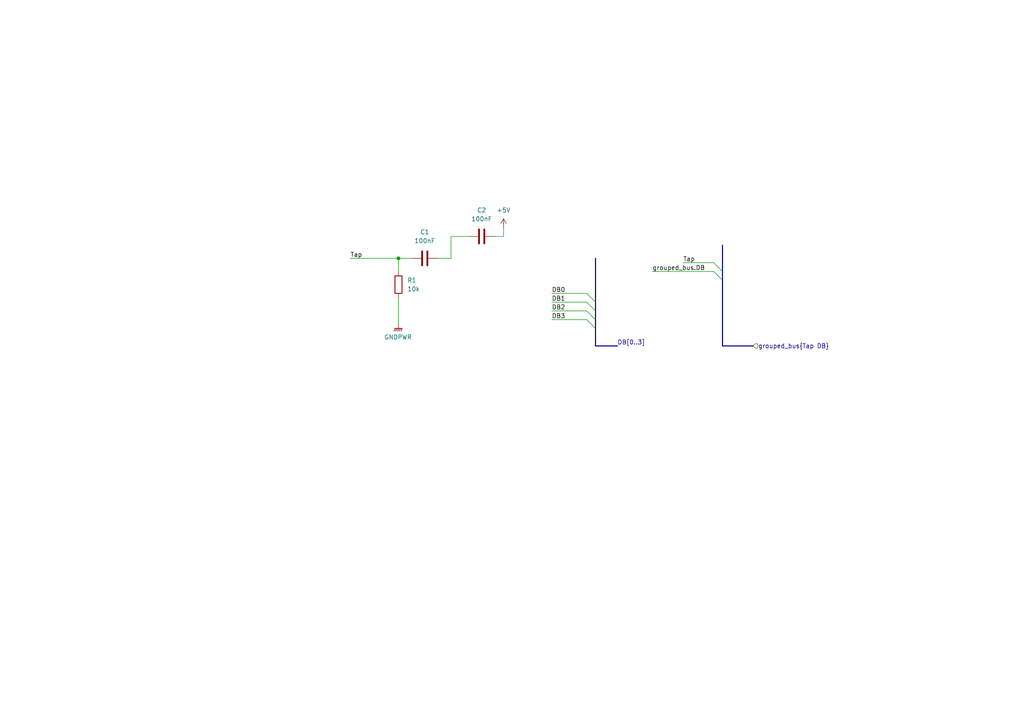
<source format=kicad_sch>
(kicad_sch (version 20231120) (generator "eeschema") (generator_version "8.0")
  (paper "A4")
  (lib_symbols
    (symbol "Device:C" (pin_numbers hide) (pin_names (offset 0.254))
      (property "Reference" "C" (at 0.635 2.54 0))
      (property "Value" "C" (at 0.635 -2.54 0))
      (symbol "C_0_1"
        (polyline (pts (xy -2.032 -0.762) (xy 2.032 -0.762)) (stroke (width 0.508)))
        (polyline (pts (xy -2.032 0.762) (xy 2.032 0.762)) (stroke (width 0.508)))
      )
      (symbol "C_1_1"
        (pin passive line (at 0 3.81 270) (length 2.794) (name "~") (number "1"))
        (pin passive line (at 0 -3.81 90) (length 2.794) (name "~") (number "2"))
      )
    )
    (symbol "Device:R" (pin_numbers hide) (pin_names (offset 0))
      (property "Reference" "R" (at 2.032 0 90))
      (property "Value" "R" (at 0 0 90))
      (symbol "R_0_1"
        (rectangle (start -1.016 -2.54) (end 1.016 2.54) (stroke (width 0.254)))
      )
      (symbol "R_1_1"
        (pin passive line (at 0 3.81 270) (length 1.27) (name "~") (number "1"))
        (pin passive line (at 0 -3.81 90) (length 1.27) (name "~") (number "2"))
      )
    )
    (symbol "power:+5V" (power) (pin_numbers hide) (pin_names (offset 0) hide)
      (property "Value" "+5V" (at 0 3.556 0))
      (symbol "+5V_0_1"
        (polyline (pts (xy -0.762 1.27) (xy 0 2.54)))
        (polyline (pts (xy 0 0) (xy 0 2.54)))
        (polyline (pts (xy 0 2.54) (xy 0.762 1.27)))
      )
      (symbol "+5V_1_1"
        (pin power_in line (at 0 0 90) (length 0) (name "~") (number "1"))
      )
    )
    (symbol "power:GNDPWR" (power) (pin_numbers hide) (pin_names (offset 0) hide)
      (property "Value" "GNDPWR" (at 0 -3.302 0))
      (symbol "GNDPWR_0_1"
        (polyline (pts (xy 0 -1.27) (xy 0 0)))
        (polyline (pts (xy -1.016 -1.27) (xy -1.27 -2.032) (xy -1.27 -2.032)) (stroke (width 0.2032)))
        (polyline (pts (xy -0.508 -1.27) (xy -0.762 -2.032) (xy -0.762 -2.032)) (stroke (width 0.2032)))
        (polyline (pts (xy 0 -1.27) (xy -0.254 -2.032) (xy -0.254 -2.032)) (stroke (width 0.2032)))
        (polyline (pts (xy 0.508 -1.27) (xy 0.254 -2.032) (xy 0.254 -2.032)) (stroke (width 0.2032)))
        (polyline (pts (xy 1.016 -1.27) (xy -1.016 -1.27) (xy -1.016 -1.27)) (stroke (width 0.2032)))
        (polyline (pts (xy 1.016 -1.27) (xy 0.762 -2.032) (xy 0.762 -2.032) (xy 0.762 -2.032)) (stroke (width 0.2032)))
      )
      (symbol "GNDPWR_1_1"
        (pin power_in line (at 0 0 270) (length 0) (name "~") (number "1"))
      )
    )
  )
  (junction (at 115.57 74.93))
  (bus_entry (at 207.01 76.2) (size 2.54 2.54))
  (bus_entry (at 172.72 87.63) (size -2.54 -2.54))
  (bus_entry (at 172.72 90.17) (size -2.54 -2.54))
  (bus_entry (at 209.55 81.28) (size -2.54 -2.54))
  (bus_entry (at 172.72 95.25) (size -2.54 -2.54))
  (bus_entry (at 172.72 92.71) (size -2.54 -2.54))
  (bus (pts (xy 209.55 81.28) (xy 209.55 100.33)))
  (wire (pts (xy 119.38 74.93) (xy 115.57 74.93)))
  (wire (pts (xy 130.81 68.58) (xy 130.81 74.93)))
  (wire (pts (xy 135.89 68.58) (xy 130.81 68.58)))
  (wire (pts (xy 146.05 66.04) (xy 146.05 68.58)))
  (wire (pts (xy 101.6 74.93) (xy 115.57 74.93)))
  (bus (pts (xy 172.72 95.25) (xy 172.72 100.33)))
  (bus (pts (xy 209.55 100.33) (xy 218.44 100.33)))
  (bus (pts (xy 172.72 90.17) (xy 172.72 92.71)))
  (wire (pts (xy 160.02 90.17) (xy 170.18 90.17)))
  (wire (pts (xy 198.12 76.2) (xy 207.01 76.2)))
  (bus (pts (xy 172.72 92.71) (xy 172.72 95.25)))
  (wire (pts (xy 115.57 86.36) (xy 115.57 93.98)))
  (wire (pts (xy 160.02 92.71) (xy 170.18 92.71)))
  (wire (pts (xy 115.57 74.93) (xy 115.57 78.74)))
  (wire (pts (xy 189.23 78.74) (xy 207.01 78.74)))
  (bus (pts (xy 209.55 78.74) (xy 209.55 81.28)))
  (wire (pts (xy 160.02 85.09) (xy 170.18 85.09)))
  (bus (pts (xy 209.55 71.12) (xy 209.55 78.74)))
  (bus (pts (xy 172.72 74.93) (xy 172.72 87.63)))
  (bus (pts (xy 172.72 87.63) (xy 172.72 90.17)))
  (wire (pts (xy 160.02 87.63) (xy 170.18 87.63)))
  (wire (pts (xy 130.81 74.93) (xy 127 74.93)))
  (bus (pts (xy 172.72 100.33) (xy 179.07 100.33)))
  (wire (pts (xy 146.05 68.58) (xy 143.51 68.58)))
  (label "grouped_bus.DB" (at 189.23 78.74 0))
  (label "DB0" (at 160.02 85.09 0))
  (label "DB1" (at 160.02 87.63 0))
  (label "DB2" (at 160.02 90.17 0))
  (label "DB3" (at 160.02 92.71 0))
  (label "Tap" (at 198.12 76.2 0))
  (label "Tap" (at 101.6 74.93 0))
  (label "DB[0..3]" (at 179.07 100.33 0))
  (hierarchical_label "grouped_bus{Tap DB}" (shape input) (at 218.44 100.33 0))
  (symbol (lib_id "Device:C") (at 139.7 68.58 90) (unit 1)
    (property "Reference" "C2" (at 139.7 60.96 90))
    (property "Value" "100nF" (at 139.7 63.5 90))
    (property "Description" "Unpolarized capacitor" (effects (hide yes)))
  )
  (symbol (lib_id "Device:C") (at 123.19 74.93 90) (unit 1)
    (property "Reference" "C1" (at 123.19 67.31 90))
    (property "Value" "100nF" (at 123.19 69.85 90))
    (property "Description" "Unpolarized capacitor" (effects (hide yes)))
  )
  (symbol (lib_id "power:+5V") (at 146.05 66.04 0) (unit 1)
    (property "Reference" "#PWR02" (effects (hide yes)))
    (property "Value" "+5V" (at 146.05 60.96 0))
    (property "Description" "Power symbol creates a global label with name \"+5V\"" (effects (hide yes)))
  )
  (symbol (lib_id "Device:R") (at 115.57 82.55 0) (unit 1)
    (property "Reference" "R1" (at 118.11 81.2799 0) (effects (justify left)))
    (property "Value" "10k" (at 118.11 83.8199 0) (effects (justify left)))
    (property "Description" "Resistor" (effects (hide yes)))
  )
  (symbol (lib_id "power:GNDPWR") (at 115.57 93.98 0) (unit 1)
    (property "Reference" "#PWR01" (effects (hide yes)))
    (property "Value" "GNDPWR" (at 115.443 97.79 0))
    (property "Description" "Power symbol creates a global label with name \"GNDPWR\" , global ground" (effects (hide yes)))
  )
)
</source>
